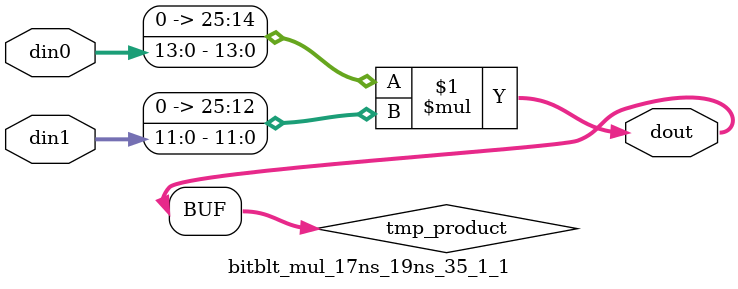
<source format=v>

`timescale 1 ns / 1 ps

  module bitblt_mul_17ns_19ns_35_1_1(din0, din1, dout);
parameter ID = 1;
parameter NUM_STAGE = 0;
parameter din0_WIDTH = 14;
parameter din1_WIDTH = 12;
parameter dout_WIDTH = 26;

input [din0_WIDTH - 1 : 0] din0; 
input [din1_WIDTH - 1 : 0] din1; 
output [dout_WIDTH - 1 : 0] dout;

wire signed [dout_WIDTH - 1 : 0] tmp_product;










assign tmp_product = $signed({1'b0, din0}) * $signed({1'b0, din1});











assign dout = tmp_product;







endmodule

</source>
